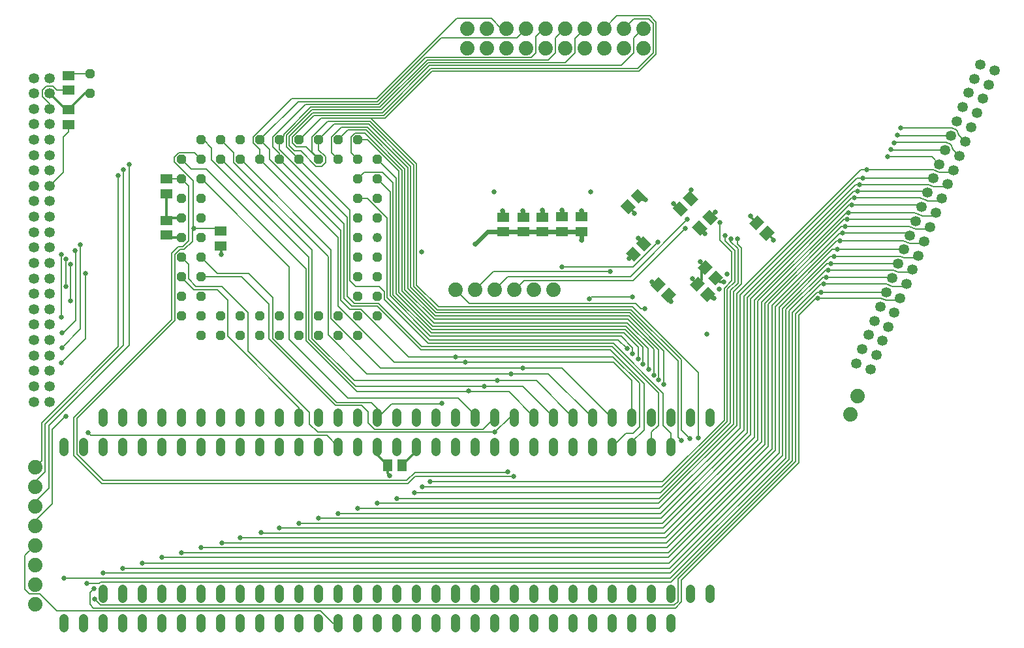
<source format=gbl>
G04 EAGLE Gerber RS-274X export*
G75*
%MOMM*%
%FSLAX34Y34*%
%LPD*%
%INBottom Copper*%
%IPPOS*%
%AMOC8*
5,1,8,0,0,1.08239X$1,22.5*%
G01*
%ADD10C,1.350000*%
%ADD11C,1.219200*%
%ADD12P,1.319650X8X112.500000*%
%ADD13C,1.219200*%
%ADD14P,1.319650X8X292.500000*%
%ADD15R,1.300000X1.500000*%
%ADD16R,1.500000X1.300000*%
%ADD17C,1.879600*%
%ADD18C,0.304800*%
%ADD19C,0.654800*%
%ADD20C,0.203200*%
%ADD21C,0.177800*%
%ADD22C,0.609600*%


D10*
X57244Y331782D03*
X37244Y331782D03*
X57244Y351782D03*
X37244Y351782D03*
X57244Y371782D03*
X37244Y371782D03*
X57244Y391782D03*
X37244Y391782D03*
X57244Y411782D03*
X37244Y411782D03*
X57244Y431782D03*
X37244Y431782D03*
X57244Y451782D03*
X37244Y451782D03*
X57244Y471782D03*
X37244Y471782D03*
X57244Y491782D03*
X37244Y491782D03*
X57244Y511782D03*
X37244Y511782D03*
X57244Y531782D03*
X37244Y531782D03*
X57244Y551782D03*
X37244Y551782D03*
X57244Y571782D03*
X37244Y571782D03*
X57244Y591782D03*
X37244Y591782D03*
X57244Y611782D03*
X37244Y611782D03*
X57244Y631782D03*
X37244Y631782D03*
X57244Y651782D03*
X37244Y651782D03*
X57244Y671782D03*
X37244Y671782D03*
X57244Y691782D03*
X37244Y691782D03*
X57244Y711782D03*
X37244Y711782D03*
X57244Y731782D03*
X37244Y731782D03*
X57244Y751782D03*
X37244Y751782D03*
D11*
X863600Y279146D02*
X863600Y266954D01*
X838200Y266954D02*
X838200Y279146D01*
X812800Y279146D02*
X812800Y266954D01*
X787400Y266954D02*
X787400Y279146D01*
X762000Y279146D02*
X762000Y266954D01*
X736600Y266954D02*
X736600Y279146D01*
X711200Y279146D02*
X711200Y266954D01*
X685800Y266954D02*
X685800Y279146D01*
X660400Y279146D02*
X660400Y266954D01*
X635000Y266954D02*
X635000Y279146D01*
X609600Y279146D02*
X609600Y266954D01*
X584200Y266954D02*
X584200Y279146D01*
X558800Y279146D02*
X558800Y266954D01*
X533400Y266954D02*
X533400Y279146D01*
X508000Y279146D02*
X508000Y266954D01*
X482600Y266954D02*
X482600Y279146D01*
X457200Y279146D02*
X457200Y266954D01*
X431800Y266954D02*
X431800Y279146D01*
X406400Y279146D02*
X406400Y266954D01*
X76200Y266954D02*
X76200Y279146D01*
X76200Y50546D02*
X76200Y38354D01*
X406400Y38354D02*
X406400Y50546D01*
X431800Y50546D02*
X431800Y38354D01*
X457200Y38354D02*
X457200Y50546D01*
X482600Y50546D02*
X482600Y38354D01*
X508000Y38354D02*
X508000Y50546D01*
X533400Y50546D02*
X533400Y38354D01*
X558800Y38354D02*
X558800Y50546D01*
X584200Y50546D02*
X584200Y38354D01*
X609600Y38354D02*
X609600Y50546D01*
X635000Y50546D02*
X635000Y38354D01*
X660400Y38354D02*
X660400Y50546D01*
X685800Y50546D02*
X685800Y38354D01*
X711200Y38354D02*
X711200Y50546D01*
X736600Y50546D02*
X736600Y38354D01*
X762000Y38354D02*
X762000Y50546D01*
X787400Y50546D02*
X787400Y38354D01*
X812800Y38354D02*
X812800Y50546D01*
X838200Y50546D02*
X838200Y38354D01*
X863600Y38354D02*
X863600Y50546D01*
X381000Y266954D02*
X381000Y279146D01*
X355600Y279146D02*
X355600Y266954D01*
X330200Y266954D02*
X330200Y279146D01*
X304800Y279146D02*
X304800Y266954D01*
X279400Y266954D02*
X279400Y279146D01*
X254000Y279146D02*
X254000Y266954D01*
X228600Y266954D02*
X228600Y279146D01*
X203200Y279146D02*
X203200Y266954D01*
X177800Y266954D02*
X177800Y279146D01*
X152400Y279146D02*
X152400Y266954D01*
X127000Y266954D02*
X127000Y279146D01*
X101600Y279146D02*
X101600Y266954D01*
X381000Y50546D02*
X381000Y38354D01*
X355600Y38354D02*
X355600Y50546D01*
X330200Y50546D02*
X330200Y38354D01*
X304800Y38354D02*
X304800Y50546D01*
X279400Y50546D02*
X279400Y38354D01*
X254000Y38354D02*
X254000Y50546D01*
X228600Y50546D02*
X228600Y38354D01*
X203200Y38354D02*
X203200Y50546D01*
X177800Y50546D02*
X177800Y38354D01*
X152400Y38354D02*
X152400Y50546D01*
X127000Y50546D02*
X127000Y38354D01*
X101600Y38354D02*
X101600Y50546D01*
D12*
X109728Y732028D03*
X109728Y757428D03*
D13*
X482664Y544576D03*
D14*
X457264Y544576D03*
X482664Y569976D03*
X457264Y569976D03*
X482664Y595376D03*
X457264Y595376D03*
X482664Y620776D03*
X457264Y620776D03*
X482664Y646176D03*
X457264Y671576D03*
X457264Y646176D03*
X431864Y671576D03*
X431864Y646176D03*
X406464Y671576D03*
X406464Y646176D03*
X381064Y671576D03*
X381064Y646176D03*
X355664Y671576D03*
X355664Y646176D03*
X330264Y671576D03*
X330264Y646176D03*
X304864Y671576D03*
X304864Y646176D03*
X279464Y671576D03*
X279464Y646176D03*
X254064Y671576D03*
X228664Y646176D03*
X254064Y646176D03*
X228664Y620776D03*
X254064Y620776D03*
X228664Y595376D03*
X254064Y595376D03*
X228664Y569976D03*
X254064Y569976D03*
X228664Y544576D03*
X254064Y544576D03*
X228664Y519176D03*
X254064Y519176D03*
X228664Y493776D03*
X254064Y493776D03*
X228664Y468376D03*
X254064Y468376D03*
X228664Y442976D03*
X254064Y417576D03*
X254064Y442976D03*
X279464Y417576D03*
X279464Y442976D03*
X304864Y417576D03*
X304864Y442976D03*
X330264Y417576D03*
X330264Y442976D03*
X355664Y417576D03*
X355664Y442976D03*
X381064Y417576D03*
X381064Y442976D03*
X406464Y417576D03*
X406464Y442976D03*
X431864Y417576D03*
X431864Y442976D03*
X457264Y417576D03*
X482664Y442976D03*
X457264Y442976D03*
X482664Y468376D03*
X457264Y468376D03*
X482664Y493776D03*
X457264Y493776D03*
X482664Y519176D03*
X457264Y519176D03*
D15*
X514706Y249428D03*
X495706Y249428D03*
D16*
X208788Y566776D03*
X208788Y547776D03*
X279400Y553060D03*
X279400Y534060D03*
X209042Y620878D03*
X209042Y601878D03*
X81534Y735736D03*
X81534Y754736D03*
X81534Y710540D03*
X81534Y691540D03*
D17*
X1105662Y338836D03*
X1095942Y315369D03*
D10*
X1264925Y769342D03*
X1283402Y761688D03*
X1257271Y750864D03*
X1275749Y743210D03*
X1249617Y732386D03*
X1268095Y724733D03*
X1241964Y713909D03*
X1260441Y706255D03*
X1234310Y695431D03*
X1252788Y687778D03*
X1226656Y676954D03*
X1245134Y669300D03*
X1219003Y658476D03*
X1237480Y650822D03*
X1211349Y639998D03*
X1229827Y632345D03*
X1203695Y621521D03*
X1222173Y613867D03*
X1196042Y603043D03*
X1214519Y595390D03*
X1188388Y584566D03*
X1206866Y576912D03*
X1180734Y566088D03*
X1199212Y558434D03*
X1173081Y547610D03*
X1191558Y539957D03*
X1165427Y529133D03*
X1183905Y521479D03*
X1157773Y510655D03*
X1176251Y503002D03*
X1150120Y492178D03*
X1168597Y484524D03*
X1142466Y473700D03*
X1160944Y466046D03*
X1134812Y455222D03*
X1153290Y447569D03*
X1127159Y436745D03*
X1145636Y429091D03*
X1119505Y418267D03*
X1137983Y410614D03*
X1111851Y399790D03*
X1130329Y392136D03*
X1104198Y381312D03*
X1122675Y373658D03*
D11*
X914400Y317246D02*
X914400Y305054D01*
X889000Y305054D02*
X889000Y317246D01*
X863600Y317246D02*
X863600Y305054D01*
X838200Y305054D02*
X838200Y317246D01*
X812800Y317246D02*
X812800Y305054D01*
X787400Y305054D02*
X787400Y317246D01*
X762000Y317246D02*
X762000Y305054D01*
X736600Y305054D02*
X736600Y317246D01*
X711200Y317246D02*
X711200Y305054D01*
X685800Y305054D02*
X685800Y317246D01*
X660400Y317246D02*
X660400Y305054D01*
X635000Y305054D02*
X635000Y317246D01*
X609600Y317246D02*
X609600Y305054D01*
X584200Y305054D02*
X584200Y317246D01*
X558800Y317246D02*
X558800Y305054D01*
X533400Y305054D02*
X533400Y317246D01*
X508000Y317246D02*
X508000Y305054D01*
X482600Y305054D02*
X482600Y317246D01*
X457200Y317246D02*
X457200Y305054D01*
X127000Y305054D02*
X127000Y317246D01*
X127000Y88646D02*
X127000Y76454D01*
X457200Y76454D02*
X457200Y88646D01*
X482600Y88646D02*
X482600Y76454D01*
X508000Y76454D02*
X508000Y88646D01*
X533400Y88646D02*
X533400Y76454D01*
X558800Y76454D02*
X558800Y88646D01*
X584200Y88646D02*
X584200Y76454D01*
X609600Y76454D02*
X609600Y88646D01*
X635000Y88646D02*
X635000Y76454D01*
X660400Y76454D02*
X660400Y88646D01*
X685800Y88646D02*
X685800Y76454D01*
X711200Y76454D02*
X711200Y88646D01*
X736600Y88646D02*
X736600Y76454D01*
X762000Y76454D02*
X762000Y88646D01*
X787400Y88646D02*
X787400Y76454D01*
X812800Y76454D02*
X812800Y88646D01*
X838200Y88646D02*
X838200Y76454D01*
X863600Y76454D02*
X863600Y88646D01*
X889000Y88646D02*
X889000Y76454D01*
X914400Y76454D02*
X914400Y88646D01*
X431800Y305054D02*
X431800Y317246D01*
X406400Y317246D02*
X406400Y305054D01*
X381000Y305054D02*
X381000Y317246D01*
X355600Y317246D02*
X355600Y305054D01*
X330200Y305054D02*
X330200Y317246D01*
X304800Y317246D02*
X304800Y305054D01*
X279400Y305054D02*
X279400Y317246D01*
X254000Y317246D02*
X254000Y305054D01*
X228600Y305054D02*
X228600Y317246D01*
X203200Y317246D02*
X203200Y305054D01*
X177800Y305054D02*
X177800Y317246D01*
X152400Y317246D02*
X152400Y305054D01*
X431800Y88646D02*
X431800Y76454D01*
X406400Y76454D02*
X406400Y88646D01*
X381000Y88646D02*
X381000Y76454D01*
X355600Y76454D02*
X355600Y88646D01*
X330200Y88646D02*
X330200Y76454D01*
X304800Y76454D02*
X304800Y88646D01*
X279400Y88646D02*
X279400Y76454D01*
X254000Y76454D02*
X254000Y88646D01*
X228600Y88646D02*
X228600Y76454D01*
X203200Y76454D02*
X203200Y88646D01*
X177800Y88646D02*
X177800Y76454D01*
X152400Y76454D02*
X152400Y88646D01*
D17*
X584200Y477012D03*
X609600Y477012D03*
X635000Y477012D03*
X660400Y477012D03*
X685800Y477012D03*
X711200Y477012D03*
D16*
X646158Y552002D03*
X646158Y571002D03*
X671812Y552256D03*
X671812Y571256D03*
X696958Y552256D03*
X696958Y571256D03*
X722358Y552510D03*
X722358Y571510D03*
X747504Y552510D03*
X747504Y571510D03*
D15*
G36*
X878961Y596197D02*
X888153Y605389D01*
X898759Y594783D01*
X889567Y585591D01*
X878961Y596197D01*
G37*
G36*
X865526Y582761D02*
X874718Y591953D01*
X885324Y581347D01*
X876132Y572155D01*
X865526Y582761D01*
G37*
G36*
X910470Y556709D02*
X901278Y547517D01*
X890672Y558123D01*
X899864Y567315D01*
X910470Y556709D01*
G37*
G36*
X923905Y570145D02*
X914713Y560953D01*
X904107Y571559D01*
X913299Y580751D01*
X923905Y570145D01*
G37*
G36*
X973778Y554095D02*
X964586Y563287D01*
X975192Y573893D01*
X984384Y564701D01*
X973778Y554095D01*
G37*
G36*
X987213Y540659D02*
X978021Y549851D01*
X988627Y560457D01*
X997819Y551265D01*
X987213Y540659D01*
G37*
G36*
X907230Y496183D02*
X898038Y505375D01*
X908644Y515981D01*
X917836Y506789D01*
X907230Y496183D01*
G37*
G36*
X920665Y482747D02*
X911473Y491939D01*
X922079Y502545D01*
X931271Y493353D01*
X920665Y482747D01*
G37*
G36*
X896816Y474593D02*
X887624Y483785D01*
X898230Y494391D01*
X907422Y485199D01*
X896816Y474593D01*
G37*
G36*
X910251Y461157D02*
X901059Y470349D01*
X911665Y480955D01*
X920857Y471763D01*
X910251Y461157D01*
G37*
G36*
X846016Y473831D02*
X836824Y483023D01*
X847430Y493629D01*
X856622Y484437D01*
X846016Y473831D01*
G37*
G36*
X859451Y460395D02*
X850259Y469587D01*
X860865Y480193D01*
X870057Y471001D01*
X859451Y460395D01*
G37*
G36*
X818001Y537523D02*
X827193Y546715D01*
X837799Y536109D01*
X828607Y526917D01*
X818001Y537523D01*
G37*
G36*
X804566Y524087D02*
X813758Y533279D01*
X824364Y522673D01*
X815172Y513481D01*
X804566Y524087D01*
G37*
G36*
X810889Y599245D02*
X820081Y608437D01*
X830687Y597831D01*
X821495Y588639D01*
X810889Y599245D01*
G37*
G36*
X797454Y585809D02*
X806646Y595001D01*
X817252Y584395D01*
X808060Y575203D01*
X797454Y585809D01*
G37*
D17*
X38608Y69088D03*
X38608Y94488D03*
X38608Y119888D03*
X38608Y145288D03*
X38608Y170688D03*
X38608Y196088D03*
X38608Y221488D03*
X38608Y246888D03*
X599186Y790702D03*
X599186Y816102D03*
X624586Y790702D03*
X624586Y816102D03*
X649986Y790702D03*
X649986Y816102D03*
X675386Y790702D03*
X675386Y816102D03*
X700786Y790702D03*
X700786Y816102D03*
X726186Y790702D03*
X726186Y816102D03*
X751586Y790702D03*
X751586Y816102D03*
X776986Y790702D03*
X776986Y816102D03*
X802386Y790702D03*
X802386Y816102D03*
X827786Y790702D03*
X827786Y816102D03*
D18*
X482854Y262280D02*
X495706Y249428D01*
X482854Y262280D02*
X482854Y272796D01*
X482600Y273050D01*
D19*
X498856Y235712D03*
D18*
X495706Y238862D01*
X495706Y249428D01*
D19*
X634220Y603666D03*
X759442Y603920D03*
X830326Y593852D03*
X820674Y543560D03*
X838454Y486918D03*
X910082Y419100D03*
X926084Y478028D03*
X935990Y497586D03*
X966978Y572516D03*
X889254Y606552D03*
D18*
X888860Y606158D02*
X888860Y595490D01*
X888860Y606158D02*
X889254Y606552D01*
X966978Y571500D02*
X974485Y563994D01*
X966978Y571500D02*
X966978Y572516D01*
D19*
X901446Y513080D03*
D18*
X901446Y512572D02*
X907937Y506082D01*
X901446Y512572D02*
X901446Y513080D01*
D19*
X891032Y491236D03*
D18*
X891032Y490982D02*
X897523Y484492D01*
X891032Y490982D02*
X891032Y491236D01*
X902857Y489826D02*
X902857Y501002D01*
X902857Y489826D02*
X897523Y484492D01*
X902857Y501002D02*
X907937Y506082D01*
X841643Y483730D02*
X838454Y486918D01*
X841643Y483730D02*
X846723Y483730D01*
X830326Y593852D02*
X825473Y593852D01*
X820788Y598538D01*
X820674Y543560D02*
X827419Y536816D01*
X827900Y536816D01*
D19*
X907796Y549656D03*
D18*
X907796Y550191D01*
X900571Y557416D01*
D19*
X540004Y525780D03*
D18*
X228664Y544576D02*
X211988Y544576D01*
X208788Y547776D01*
D20*
X381000Y324187D02*
X381000Y311150D01*
X288608Y416579D02*
X288608Y463487D01*
X288608Y416579D02*
X381000Y324187D01*
D21*
X228664Y492813D02*
X228664Y493776D01*
X228664Y492813D02*
X244338Y477139D01*
X274955Y477139D02*
X288608Y463487D01*
X274955Y477139D02*
X244338Y477139D01*
X416941Y287909D02*
X431800Y273050D01*
X416941Y287909D02*
X110769Y287909D01*
D19*
X566420Y329784D03*
D20*
X482982Y311150D02*
X482600Y311150D01*
X565821Y329184D02*
X566420Y329784D01*
X565821Y329184D02*
X501016Y329184D01*
X482982Y311150D01*
X482600Y311150D02*
X482600Y322580D01*
X474345Y330835D01*
X429832Y330835D02*
X346774Y413894D01*
X346774Y442976D01*
X429832Y330835D02*
X474345Y330835D01*
D21*
X346774Y442976D02*
X346774Y466535D01*
X315214Y498094D02*
X275146Y498094D01*
X254064Y519176D01*
X315214Y498094D02*
X346774Y466535D01*
X110769Y287909D02*
X107186Y291492D01*
D19*
X107186Y291492D03*
D20*
X444256Y336423D02*
X587756Y336423D01*
X609600Y314579D01*
X609600Y311150D01*
X444256Y336423D02*
X368046Y412633D01*
X368046Y506984D01*
D21*
X254254Y620776D01*
X254064Y620776D01*
D20*
X685800Y312039D02*
X685800Y311150D01*
X685800Y312039D02*
X653225Y344615D01*
X599913Y344615D01*
X600710Y345412D01*
D19*
X600710Y345412D03*
D20*
X456076Y344615D02*
X389954Y410737D01*
X389954Y504009D02*
X260487Y633476D01*
X241364Y633476D01*
X228664Y646176D01*
X456076Y344615D02*
X599913Y344615D01*
X389954Y410737D02*
X389954Y504009D01*
X812800Y359220D02*
X812800Y311150D01*
X812800Y359220D02*
X789242Y382778D01*
X596900Y382778D01*
X504444Y382778D01*
X466154Y421069D01*
X466154Y421258D01*
X431292Y545148D02*
X330264Y646176D01*
X431292Y456120D02*
X466154Y421258D01*
X431292Y456120D02*
X431292Y545148D01*
D19*
X596900Y382778D03*
X757174Y465300D03*
D20*
X759714Y467840D02*
X813320Y467840D01*
X759714Y467840D02*
X757174Y465300D01*
X813320Y467840D02*
X813562Y468082D01*
D19*
X813562Y468082D03*
D21*
X321501Y667946D02*
X321501Y675206D01*
X330264Y659183D02*
X330264Y646176D01*
X330264Y659183D02*
X321501Y667946D01*
X321501Y675206D02*
X371425Y725130D01*
X481722Y725130D01*
X585521Y828929D01*
X630809Y828929D02*
X643636Y816102D01*
X649986Y816102D01*
X630809Y828929D02*
X585521Y828929D01*
D20*
X583692Y390208D02*
X522604Y390208D01*
X814556Y291084D02*
X822706Y299234D01*
X822706Y355664D01*
X814556Y291084D02*
X805180Y291084D01*
X787400Y273304D01*
X787400Y273050D01*
X822706Y355664D02*
X788162Y390208D01*
X460946Y451866D02*
X446522Y451866D01*
X460946Y451866D02*
X522604Y390208D01*
X330390Y671576D02*
X330264Y671576D01*
X342710Y659256D02*
X342710Y646558D01*
X435102Y554165D01*
X435102Y463286D02*
X446522Y451866D01*
X342710Y659256D02*
X330390Y671576D01*
X435102Y554165D02*
X435102Y463286D01*
D19*
X583692Y390208D03*
D20*
X788162Y390208D01*
D19*
X722122Y506772D03*
D20*
X814675Y506772D02*
X846609Y538707D01*
D19*
X846609Y538707D03*
D20*
X814675Y506772D02*
X722122Y506772D01*
D21*
X379667Y720979D02*
X330264Y671576D01*
X379667Y720979D02*
X482600Y720979D01*
X663194Y803910D02*
X675386Y816102D01*
X565531Y803910D02*
X482600Y720979D01*
X565531Y803910D02*
X663194Y803910D01*
D20*
X784797Y399161D02*
X539051Y399161D01*
X812800Y279517D02*
X812800Y273050D01*
X812800Y279517D02*
X828548Y295265D01*
X828548Y355410D01*
X784797Y399161D01*
X539051Y399161D02*
X482536Y455676D01*
X449370Y455676D01*
X439420Y562420D02*
X355664Y646176D01*
X439420Y465626D02*
X449370Y455676D01*
X439420Y465626D02*
X439420Y562420D01*
D21*
X355664Y646176D02*
X355664Y653795D01*
X346901Y662558D01*
X346901Y675206D01*
X389118Y717423D01*
X484073Y717423D01*
X545287Y778637D02*
X682162Y778637D01*
X688086Y784562D01*
X688086Y805688D01*
X698500Y816102D01*
X700786Y816102D01*
X545287Y778637D02*
X484073Y717423D01*
D20*
X838200Y292122D02*
X838200Y273050D01*
X838200Y292122D02*
X847344Y301266D01*
X847344Y343091D01*
X787146Y403289D01*
X540312Y403289D02*
X484114Y459486D01*
X452472Y459486D01*
X540312Y403289D02*
X787146Y403289D01*
X355664Y659004D02*
X355664Y671576D01*
X355664Y659004D02*
X443230Y571437D01*
X443230Y468728D02*
X452472Y459486D01*
X443230Y468728D02*
X443230Y571437D01*
D21*
X355664Y671576D02*
X360871Y676783D01*
X360871Y678863D01*
X395875Y713867D01*
X704260Y775081D02*
X713613Y784435D01*
X713613Y803529D02*
X726186Y816102D01*
X713613Y803529D02*
X713613Y784435D01*
X486029Y713867D02*
X395875Y713867D01*
X547243Y775081D02*
X704260Y775081D01*
X547243Y775081D02*
X486029Y713867D01*
D20*
X548776Y407416D02*
X788670Y407416D01*
X853451Y342635D01*
X853451Y301001D01*
X863600Y290852D02*
X863600Y273050D01*
X863600Y290852D02*
X853451Y301001D01*
X491554Y474852D02*
X485330Y481076D01*
X491554Y464638D02*
X548776Y407416D01*
X491554Y464638D02*
X491554Y474852D01*
X485330Y481076D02*
X454660Y481076D01*
X447040Y488696D01*
X447040Y580200D02*
X381064Y646176D01*
X447040Y580200D02*
X447040Y488696D01*
D21*
X381064Y646176D02*
X364427Y662813D01*
X364427Y677390D01*
X397348Y710311D01*
X487502Y710311D01*
X548716Y771525D01*
X726104Y771525D01*
X738759Y784181D01*
X738759Y803275D02*
X751586Y816102D01*
X738759Y803275D02*
X738759Y784181D01*
D19*
X898779Y285016D03*
D20*
X898779Y369884D01*
X813495Y455168D01*
X561574Y455168D01*
X533464Y640278D02*
X474225Y699516D01*
X409585Y699516D01*
X381645Y671576D01*
X381064Y671576D01*
X533464Y483278D02*
X561574Y455168D01*
X533464Y483278D02*
X533464Y640278D01*
D21*
X492302Y699516D02*
X474225Y699516D01*
X492302Y699516D02*
X553618Y760832D01*
X844169Y782708D02*
X844169Y824097D01*
X844169Y782708D02*
X822294Y760832D01*
X844169Y824097D02*
X835908Y832358D01*
X822294Y760832D02*
X553618Y760832D01*
X776986Y816102D02*
X793242Y832358D01*
X835908Y832358D01*
D19*
X888009Y283693D03*
D20*
X876808Y294894D01*
X876808Y386108D02*
X811812Y451104D01*
X876808Y386108D02*
X876808Y294894D01*
X811812Y451104D02*
X560250Y451104D01*
X529654Y638699D02*
X472647Y695706D01*
X418021Y695706D02*
X397574Y675258D01*
X397574Y655702D01*
X406464Y646812D02*
X406464Y646176D01*
X418021Y695706D02*
X472647Y695706D01*
X406464Y646812D02*
X397574Y655702D01*
X529654Y481700D02*
X560250Y451104D01*
X529654Y481700D02*
X529654Y638699D01*
D21*
X377434Y662813D02*
X372301Y667946D01*
X389827Y662813D02*
X406464Y646176D01*
X389827Y662813D02*
X377434Y662813D01*
X372301Y667946D02*
X372301Y675206D01*
X400294Y703199D01*
X490702Y703199D01*
X551916Y764413D01*
X820592Y764413D01*
X840613Y784435D01*
X840613Y822624D02*
X834435Y828802D01*
X815086Y828802D01*
X802386Y816102D01*
X840613Y822624D02*
X840613Y784435D01*
D19*
X876808Y281432D03*
D20*
X872744Y285496D01*
X872744Y384678D01*
X810382Y447040D01*
X558925Y447040D01*
X525844Y480122D02*
X525844Y637121D01*
X471069Y691896D02*
X426784Y691896D01*
X406464Y671576D01*
X525844Y480122D02*
X558925Y447040D01*
X525844Y637121D02*
X471069Y691896D01*
D21*
X406464Y671576D02*
X406464Y658569D01*
X415227Y649806D02*
X415227Y642546D01*
X410093Y637413D01*
X402834Y637413D01*
X383015Y657231D02*
X375037Y657231D01*
X406464Y658569D02*
X415227Y649806D01*
X402834Y637413D02*
X383015Y657231D01*
X375037Y657231D02*
X367983Y664286D01*
X367983Y675917D02*
X398821Y706755D01*
X367983Y675917D02*
X367983Y664286D01*
X398821Y706755D02*
X488975Y706755D01*
X550189Y767969D01*
X799002Y767969D01*
X815213Y784181D01*
X815213Y803529D02*
X827786Y816102D01*
X815213Y803529D02*
X815213Y784181D01*
D19*
X854456Y354330D03*
D20*
X854428Y354358D02*
X854428Y397501D01*
X854428Y354358D02*
X854456Y354330D01*
X854428Y397501D02*
X808953Y442976D01*
X422974Y654432D02*
X422974Y675258D01*
X469490Y688086D02*
X522034Y635543D01*
X469490Y688086D02*
X435801Y688086D01*
X422974Y675258D01*
X431229Y646176D02*
X431864Y646176D01*
X431229Y646176D02*
X422974Y654432D01*
X557601Y442976D02*
X808953Y442976D01*
X557601Y442976D02*
X522034Y478544D01*
X522034Y635543D01*
D19*
X847598Y360398D03*
D20*
X847598Y398838D01*
X807778Y438658D01*
X518224Y476965D02*
X518224Y633965D01*
X467912Y684276D02*
X444637Y684276D01*
X431937Y671576D02*
X431864Y671576D01*
X431937Y671576D02*
X444637Y684276D01*
X556531Y438658D02*
X807778Y438658D01*
X556531Y438658D02*
X518224Y476965D01*
X518224Y633965D02*
X467912Y684276D01*
D19*
X104140Y498094D03*
X72898Y382270D03*
D21*
X104140Y413512D02*
X104140Y498094D01*
X104140Y413512D02*
X72898Y382270D01*
D19*
X841248Y366522D03*
D20*
X841220Y366550D01*
X841220Y399722D01*
X806856Y434086D01*
X453581Y680466D02*
X448120Y675004D01*
X448120Y655194D01*
X466334Y680466D02*
X514414Y632387D01*
X466334Y680466D02*
X453581Y680466D01*
X457137Y646176D02*
X457264Y646176D01*
X457137Y646176D02*
X448120Y655194D01*
X555715Y434086D02*
X806856Y434086D01*
X555715Y434086D02*
X514414Y475387D01*
X514414Y632387D01*
D19*
X73406Y402082D03*
X97282Y535686D03*
D21*
X97282Y425958D02*
X73406Y402082D01*
X97282Y425958D02*
X97282Y535686D01*
D19*
X834390Y373408D03*
D20*
X834108Y373690D01*
X834108Y401087D01*
X805173Y430022D01*
X554391Y430022D01*
X510604Y630808D02*
X469836Y671576D01*
X457264Y671576D01*
X510604Y473809D02*
X554391Y430022D01*
X510604Y473809D02*
X510604Y630808D01*
D19*
X73152Y421386D03*
X90634Y527768D03*
D21*
X74930Y421386D02*
X73152Y421386D01*
X74930Y421386D02*
X90932Y437388D01*
X90932Y527471D01*
X90634Y527768D01*
D19*
X827278Y380384D03*
D20*
X827278Y402169D01*
X803997Y425450D01*
X553574Y425450D01*
X506794Y622046D02*
X482664Y646176D01*
X506794Y472231D02*
X553574Y425450D01*
X506794Y472231D02*
X506794Y622046D01*
D19*
X72390Y441198D03*
D21*
X72390Y522478D01*
X72380Y522488D01*
D19*
X72380Y522488D03*
X820928Y387604D03*
D20*
X820928Y402772D01*
X802314Y421386D01*
X552250Y421386D01*
X488886Y629666D02*
X465773Y629666D01*
X502984Y615568D02*
X502984Y470653D01*
X502984Y615568D02*
X488886Y629666D01*
X457264Y621156D02*
X457264Y620776D01*
X457264Y621156D02*
X465773Y629666D01*
X502984Y470653D02*
X552250Y421386D01*
D19*
X84582Y462788D03*
D21*
X84582Y510032D01*
D19*
X84582Y510032D03*
X813816Y394462D03*
D20*
X813816Y402105D01*
X798853Y417068D01*
X551180Y417068D01*
X499174Y469075D01*
X499174Y604266D01*
X482664Y620776D01*
D19*
X78486Y481330D03*
D21*
X78486Y516636D02*
X78428Y516694D01*
X78486Y516636D02*
X78486Y481330D01*
D19*
X78428Y516694D03*
X806704Y400530D03*
D20*
X795020Y412214D01*
X550192Y412214D01*
X495364Y467043D01*
X495364Y569848D01*
X469836Y595376D01*
X457264Y595376D01*
X786321Y311150D02*
X787400Y311150D01*
X786321Y311150D02*
X722122Y375349D01*
D19*
X671068Y375349D03*
D20*
X722122Y375349D01*
X422402Y439865D02*
X422402Y528765D01*
X422402Y439865D02*
X486919Y375349D01*
X304991Y646176D02*
X304864Y646176D01*
X486919Y375349D02*
X671068Y375349D01*
X422402Y528765D02*
X304991Y646176D01*
X711200Y311912D02*
X711200Y311150D01*
X711200Y311912D02*
X671576Y351536D01*
X621792Y351536D01*
X621284Y352044D01*
D19*
X621284Y352044D03*
D20*
X454035Y352044D01*
X393764Y412315D01*
X393764Y519304D01*
X256858Y671576D02*
X254064Y671576D01*
X267526Y645542D02*
X393764Y519304D01*
X267526Y660908D02*
X256858Y671576D01*
X267526Y660908D02*
X267526Y645542D01*
X761619Y311150D02*
X762000Y311150D01*
X761619Y311150D02*
X704596Y368173D01*
X656082Y368173D01*
D19*
X656082Y368173D03*
D20*
X468694Y368173D02*
X418592Y418275D01*
X418592Y519875D02*
X295974Y642494D01*
X295974Y655066D02*
X279464Y671576D01*
X295974Y655066D02*
X295974Y642494D01*
X468694Y368173D02*
X656082Y368173D01*
X418592Y418275D02*
X418592Y519875D01*
X736537Y311150D02*
X736600Y311150D01*
X736537Y311150D02*
X688721Y358966D01*
D19*
X637794Y358966D03*
D20*
X688721Y358966D01*
X637794Y358966D02*
X452502Y358966D01*
X397574Y413894D01*
X397574Y528393D01*
X279791Y646176D02*
X279464Y646176D01*
X279791Y646176D02*
X397574Y528393D01*
D19*
X114806Y89246D03*
D20*
X877062Y100383D02*
X1028954Y252275D01*
X1028954Y443992D01*
X1051008Y466046D01*
X1053789Y466046D02*
X1135340Y466046D01*
X1142466Y463095D01*
X1157992Y463095D02*
X1160944Y466046D01*
X1157992Y463095D02*
X1142466Y463095D01*
X877062Y100383D02*
X877062Y72736D01*
X1051008Y466046D02*
X1053789Y466046D01*
X1053944Y465891D01*
D19*
X1053944Y465891D03*
D21*
X877062Y72736D02*
X877062Y72071D01*
X869126Y64135D02*
X114300Y64135D01*
X869126Y64135D02*
X877062Y72071D01*
X114300Y64135D02*
X109601Y68834D01*
X109601Y84041D01*
X114806Y89246D01*
D20*
X872490Y101559D02*
X872490Y72708D01*
X1024890Y253959D02*
X1024890Y445770D01*
X1052820Y473700D01*
X1057910Y473700D02*
X1142466Y473700D01*
X1024890Y253959D02*
X872490Y101559D01*
D19*
X1057910Y473700D03*
D20*
X1052820Y473700D01*
D21*
X872490Y72708D02*
X867474Y67691D01*
D19*
X115570Y75438D03*
D21*
X115623Y75438D02*
X123370Y67691D01*
X115623Y75438D02*
X115570Y75438D01*
X123370Y67691D02*
X867474Y67691D01*
D19*
X105438Y96098D03*
D20*
X121520Y96098D01*
X123212Y97790D01*
X862974Y97790D02*
X1020826Y255642D01*
X1020826Y447548D01*
X1057802Y484524D01*
X1061466Y484524D01*
X1142994Y484524D02*
X1150120Y481572D01*
X1165646Y481572D02*
X1168597Y484524D01*
X1165646Y481572D02*
X1150120Y481572D01*
X862974Y97790D02*
X123212Y97790D01*
D19*
X1061466Y484524D03*
D20*
X1142994Y484524D01*
D19*
X76073Y103124D03*
D20*
X76299Y102898D02*
X194422Y102898D01*
X76299Y102898D02*
X76073Y103124D01*
X194422Y102898D02*
X194450Y102870D01*
X862306Y102870D01*
X1016762Y257326D01*
X1016762Y449580D01*
X1060385Y493203D01*
X1064768Y493203D01*
X1149094Y493203D02*
X1150120Y492178D01*
D19*
X1064768Y493203D03*
D20*
X1149094Y493203D01*
D19*
X127000Y109220D03*
D20*
X862909Y109220D02*
X1012698Y259009D01*
X1152406Y502273D02*
X1157773Y500050D01*
X1173299Y500050D02*
X1176251Y503002D01*
X1173299Y500050D02*
X1157773Y500050D01*
X862909Y109220D02*
X127000Y109220D01*
X1012698Y259009D02*
X1012698Y451358D01*
X1063613Y502273D01*
X1067308Y502273D02*
X1152406Y502273D01*
D19*
X1067308Y502273D03*
D20*
X1063613Y502273D01*
D19*
X152400Y115570D03*
D20*
X861523Y115570D02*
X1008126Y262173D01*
X1066135Y510655D02*
X1071118Y510655D01*
X861523Y115570D02*
X152400Y115570D01*
X1008126Y262173D02*
X1008126Y452646D01*
X1066135Y510655D01*
D19*
X1071118Y510655D03*
D20*
X1157773Y510655D01*
D19*
X177800Y121920D03*
D20*
X178308Y122428D01*
X860645Y122428D02*
X1003554Y265337D01*
X1161286Y520243D02*
X1165427Y518528D01*
X1180953Y518528D02*
X1183905Y521479D01*
X1180953Y518528D02*
X1165427Y518528D01*
X860645Y122428D02*
X178308Y122428D01*
X1003554Y265337D02*
X1003554Y454032D01*
X1069765Y520243D01*
X1075182Y520243D01*
D19*
X1075182Y520243D03*
D20*
X1161286Y520243D01*
D19*
X203200Y129540D03*
D20*
X860022Y129540D02*
X998982Y268500D01*
X1072697Y529133D02*
X1079246Y529133D01*
X860022Y129540D02*
X203200Y129540D01*
X998982Y268500D02*
X998982Y455418D01*
X1072697Y529133D01*
D19*
X1079246Y529133D03*
D20*
X1165427Y529133D01*
D19*
X228600Y135890D03*
D20*
X859906Y135890D02*
X994410Y270394D01*
X1164647Y540498D02*
X1173081Y537005D01*
X1188607Y537005D02*
X1191558Y539957D01*
X1188607Y537005D02*
X1173081Y537005D01*
X859906Y135890D02*
X228600Y135890D01*
X994410Y270394D02*
X994410Y456804D01*
X1078105Y540498D01*
X1082639Y540498D01*
X1164647Y540498D01*
X1082639Y540498D02*
X1082593Y540453D01*
D19*
X1082593Y540453D03*
X254000Y142240D03*
D20*
X858520Y142240D01*
X1081545Y549896D02*
X1085342Y549896D01*
X1086104Y550658D01*
X989838Y273558D02*
X858520Y142240D01*
X989838Y273558D02*
X989838Y458190D01*
X1081545Y549896D01*
D19*
X1086104Y550658D03*
D20*
X1086104Y550404D02*
X1170287Y550404D01*
X1086104Y550404D02*
X1086104Y550658D01*
X1170287Y550404D02*
X1173081Y547610D01*
D19*
X280670Y148590D03*
D20*
X280698Y148618D01*
X857278Y148618D01*
X1172301Y558976D02*
X1180734Y555483D01*
X1196260Y555483D02*
X1199212Y558434D01*
X1196260Y555483D02*
X1180734Y555483D01*
X985266Y276606D02*
X857278Y148618D01*
X985266Y276606D02*
X985266Y459576D01*
X1084667Y558976D01*
X1089660Y558976D01*
X1172301Y558976D01*
X1089660Y558976D02*
X1089578Y559058D01*
D19*
X1089578Y559058D03*
X304800Y154940D03*
D20*
X306606Y155476D02*
X856516Y155476D01*
X306070Y154940D02*
X304800Y154940D01*
X306070Y154940D02*
X306606Y155476D01*
X1088107Y568374D02*
X1092200Y568374D01*
X980694Y279654D02*
X856516Y155476D01*
X980694Y279654D02*
X980694Y460961D01*
X1088107Y568374D01*
D19*
X1092200Y568374D03*
D20*
X1177940Y568882D02*
X1180734Y566088D01*
X1177940Y568882D02*
X1093724Y568882D01*
X1093216Y568374D01*
X1092200Y568374D01*
D19*
X331470Y161798D03*
D20*
X331950Y161318D01*
X854738Y161318D01*
X976122Y282702D01*
X976122Y462347D01*
X1091151Y577376D01*
X1179488Y577376D02*
X1190229Y572927D01*
X1094029Y577376D02*
X1091151Y577376D01*
X1094029Y577376D02*
X1179488Y577376D01*
X1202881Y572927D02*
X1206866Y576912D01*
X1202881Y572927D02*
X1190229Y572927D01*
X1094029Y577376D02*
X1093614Y576962D01*
X1093360Y576962D01*
D19*
X1093360Y576962D03*
X355600Y167640D03*
D20*
X853440Y167640D01*
X1094665Y586848D02*
X1097788Y586848D01*
X971550Y285750D02*
X853440Y167640D01*
X971550Y285750D02*
X971550Y463733D01*
X1094665Y586848D01*
D19*
X1097788Y586848D03*
D20*
X1186105Y586848D02*
X1188388Y584566D01*
X1186105Y586848D02*
X1097788Y586848D01*
D19*
X381000Y173990D03*
D20*
X852170Y173990D01*
X1195734Y592438D02*
X1211568Y592438D01*
X1214519Y595390D01*
X966978Y465373D02*
X966978Y288798D01*
X966978Y465373D02*
X1098274Y596668D01*
X966978Y288798D02*
X852170Y173990D01*
X1185828Y596668D02*
X1195516Y592656D01*
X1195734Y592438D01*
X1101598Y596668D02*
X1098274Y596668D01*
D19*
X1101598Y596668D03*
D20*
X1185828Y596668D01*
D19*
X406400Y180340D03*
D20*
X850900Y180340D01*
X1105154Y605110D02*
X1193975Y605110D01*
X1196042Y603043D01*
X962406Y467013D02*
X962406Y291846D01*
X962406Y467013D02*
X1100503Y605110D01*
X962406Y291846D02*
X850900Y180340D01*
D19*
X1105154Y605110D03*
D20*
X1100503Y605110D01*
D19*
X431800Y186690D03*
D20*
X849630Y186690D01*
X1197673Y613410D02*
X1203695Y610916D01*
X1219221Y610916D02*
X1222173Y613867D01*
X1219221Y610916D02*
X1203695Y610916D01*
X957834Y468398D02*
X957834Y294894D01*
X957834Y468398D02*
X1102846Y613410D01*
X1108202Y613410D01*
X1197673Y613410D01*
X957834Y294894D02*
X849630Y186690D01*
X1108202Y613410D02*
X1108411Y613619D01*
D19*
X1108411Y613619D03*
X457200Y193040D03*
D20*
X848360Y193040D02*
X953262Y297942D01*
X848360Y193040D02*
X457200Y193040D01*
X1203678Y621538D02*
X1203695Y621521D01*
X953262Y470038D02*
X953262Y297942D01*
X953262Y470038D02*
X1104762Y621538D01*
X1112266Y621538D01*
D19*
X1112266Y621538D03*
D20*
X1203678Y621538D01*
D19*
X482600Y199926D03*
D20*
X847626Y199926D01*
X948690Y300990D02*
X948690Y471678D01*
X1109472Y632460D01*
X1203945Y632460D02*
X1211349Y629393D01*
X1117600Y632460D02*
X1109472Y632460D01*
X1117600Y632460D02*
X1203945Y632460D01*
X1226875Y629393D02*
X1229827Y632345D01*
X1226875Y629393D02*
X1211349Y629393D01*
X948690Y300990D02*
X847626Y199926D01*
D19*
X1117600Y632460D03*
D21*
X431800Y44450D02*
X424889Y44450D01*
X408989Y60350D01*
X66694Y60350D02*
X44622Y82423D01*
X31325Y82423D02*
X25527Y88221D01*
X31325Y82423D02*
X44622Y82423D01*
X25527Y132207D02*
X38608Y145288D01*
X66694Y60350D02*
X408989Y60350D01*
X25527Y88221D02*
X25527Y132207D01*
D19*
X508000Y206248D03*
D20*
X944626Y302673D02*
X944626Y474472D01*
X944626Y302673D02*
X848201Y206248D01*
X944626Y474472D02*
X954505Y484351D01*
X954505Y531341D02*
X949933Y535913D01*
X949933Y543025D01*
X954505Y531341D02*
X954505Y484351D01*
D19*
X949933Y543025D03*
D20*
X848201Y206248D02*
X508000Y206248D01*
D19*
X530987Y213805D03*
D20*
X850010Y213805D01*
X940562Y304357D01*
X940562Y475871D01*
X940562Y539750D02*
X940562Y542800D01*
X941069Y543307D01*
D19*
X941069Y543307D03*
D20*
X940562Y539750D02*
X950214Y530098D01*
X950214Y485523D01*
X940562Y475871D01*
D19*
X540545Y221458D03*
D20*
X851915Y221458D01*
X936498Y306040D01*
D19*
X933676Y547624D03*
D20*
X933676Y540512D01*
X936498Y477598D02*
X936498Y306040D01*
X946150Y528038D02*
X933676Y540512D01*
X946150Y528038D02*
X946150Y487250D01*
X936498Y477598D01*
D19*
X551277Y228062D03*
D20*
X852772Y228062D01*
X932434Y307724D01*
D19*
X927100Y564642D03*
D20*
X932434Y479071D02*
X932434Y307724D01*
X927100Y541020D02*
X927100Y564642D01*
X927100Y541020D02*
X942340Y525780D01*
X942340Y488977D01*
X932434Y479071D01*
D21*
X394589Y317627D02*
X394589Y302694D01*
X405183Y292100D01*
X314897Y397320D02*
X314897Y447368D01*
X247183Y481457D02*
X237490Y491150D01*
X237490Y510350D01*
X228664Y519176D01*
X280807Y481457D02*
X314897Y447368D01*
X280807Y481457D02*
X247183Y481457D01*
X314897Y397320D02*
X394589Y317627D01*
X405183Y292100D02*
X634492Y292100D01*
D20*
X635000Y292100D02*
X654050Y311150D01*
X660400Y311150D01*
X635000Y292100D02*
X634492Y292100D01*
D19*
X634492Y292100D03*
D18*
X533146Y267868D02*
X514706Y249428D01*
X533146Y267868D02*
X533146Y273304D01*
X533400Y273050D01*
X78486Y710540D02*
X57244Y731782D01*
X78486Y710540D02*
X81534Y710540D01*
X103022Y732028D01*
X109728Y732028D01*
D22*
X671558Y552002D02*
X671812Y552256D01*
X671558Y552002D02*
X646158Y552002D01*
X671812Y552256D02*
X696958Y552256D01*
X722104Y552256D02*
X722358Y552510D01*
X722104Y552256D02*
X696958Y552256D01*
X722358Y552510D02*
X747504Y552510D01*
D19*
X747014Y541020D03*
D22*
X747014Y552020D01*
X747504Y552510D01*
D19*
X815594Y576326D03*
X809244Y517398D03*
X863092Y462026D03*
X919226Y465836D03*
X931672Y487426D03*
X995934Y541274D03*
X867156Y588772D03*
X921258Y578104D03*
D18*
X875425Y582054D02*
X873874Y582054D01*
X867156Y588772D01*
X987920Y550558D02*
X995934Y542544D01*
X995934Y541274D01*
X931672Y487426D02*
X926592Y487426D01*
X921372Y492646D01*
X919226Y465836D02*
X916178Y465836D01*
X910958Y471056D01*
X863092Y467360D02*
X863092Y462026D01*
X863092Y467360D02*
X860158Y470294D01*
X815594Y576326D02*
X815594Y576861D01*
X807353Y585102D01*
X814465Y522619D02*
X809244Y517398D01*
X814465Y522619D02*
X814465Y523380D01*
X921258Y578104D02*
X921258Y578104D01*
X914006Y570852D01*
X228664Y569976D02*
X211988Y569976D01*
X208788Y566776D01*
D19*
X279908Y522732D03*
D18*
X279400Y534060D02*
X279908Y534490D01*
X279908Y522732D01*
X209042Y567030D02*
X209042Y601878D01*
X209042Y567030D02*
X208788Y566776D01*
D19*
X609346Y536194D03*
D22*
X625154Y552002D02*
X646158Y552002D01*
X625154Y552002D02*
X609346Y536194D01*
D19*
X652018Y240792D03*
D20*
X651510Y240284D01*
X531133Y240284D01*
X520493Y229644D01*
X459260Y229644D02*
X459232Y229616D01*
X459260Y229644D02*
X520493Y229644D01*
X126366Y229616D02*
X92710Y263272D01*
X126366Y229616D02*
X459232Y229616D01*
X92710Y263272D02*
X92710Y309880D01*
X219073Y642939D02*
X219073Y649158D01*
X224981Y655066D01*
X245300Y655066D01*
X254064Y646302D02*
X254064Y646176D01*
X254064Y646302D02*
X245300Y655066D01*
X219774Y522858D02*
X219774Y436944D01*
X92710Y309880D01*
X219774Y522858D02*
X226251Y529336D01*
X231892Y529336D01*
X243840Y618172D02*
X219073Y642939D01*
D19*
X244856Y557022D03*
D20*
X242380Y539823D02*
X231892Y529336D01*
X242380Y553784D02*
X244856Y556260D01*
X244856Y557022D01*
X242380Y553784D02*
X242380Y539823D01*
X243840Y559308D02*
X243840Y618172D01*
X243840Y559308D02*
X244856Y558292D01*
X244856Y557022D01*
X275438Y557022D02*
X279400Y553060D01*
X275438Y557022D02*
X244856Y557022D01*
X634490Y311150D02*
X635000Y311150D01*
X634490Y311150D02*
X619123Y295783D01*
X470408Y304292D02*
X470408Y318516D01*
X470408Y304292D02*
X478917Y295783D01*
X619123Y295783D01*
X470408Y318516D02*
X461899Y327025D01*
X428254Y327025D01*
X341694Y413585D01*
X341694Y458661D01*
D21*
X306578Y493776D01*
X254064Y493776D01*
D20*
X57244Y711782D02*
X57244Y718285D01*
X47700Y727829D01*
X47700Y735735D02*
X53291Y741326D01*
X61197Y741326D01*
X66787Y735736D01*
X81534Y735736D01*
X47700Y735735D02*
X47700Y727829D01*
X81534Y754736D02*
X84226Y757428D01*
X109728Y757428D01*
X81534Y691540D02*
X81534Y681888D01*
X75057Y675411D01*
X75057Y629595D01*
X57244Y611782D01*
X47244Y304749D02*
X47244Y255524D01*
X38608Y246888D01*
X47244Y304749D02*
X146050Y403555D01*
D19*
X146558Y625094D03*
D20*
X146050Y624586D01*
X146050Y403555D01*
X51308Y240538D02*
X38608Y227838D01*
X38608Y221488D01*
X51308Y302768D02*
X153416Y404876D01*
D19*
X153416Y632714D03*
D20*
X51308Y302768D02*
X51308Y240538D01*
X153416Y404876D02*
X153416Y632714D01*
D19*
X160274Y639318D03*
D20*
X160274Y405384D01*
X56134Y301244D01*
X56134Y219456D01*
X38608Y201930D01*
X38608Y196088D01*
X38608Y177292D02*
X38608Y170688D01*
X38608Y177292D02*
X60452Y199136D01*
X60452Y295656D01*
D19*
X78232Y313182D03*
D20*
X77978Y313182D01*
X60452Y295656D01*
D19*
X659130Y234696D03*
D20*
X531188Y234696D01*
X522326Y225834D01*
X460838Y225834D02*
X460810Y225806D01*
X124787Y225806D01*
X88900Y261693D01*
X88900Y311458D01*
X460838Y225834D02*
X522326Y225834D01*
X215646Y438204D02*
X215646Y524881D01*
X215646Y438204D02*
X88900Y311458D01*
X215646Y524881D02*
X223911Y533146D01*
X230060Y533146D01*
X237808Y540894D01*
X237808Y611632D02*
X228664Y620776D01*
X237808Y611632D02*
X237808Y540894D01*
X228562Y620878D02*
X209042Y620878D01*
X228562Y620878D02*
X228664Y620776D01*
X1236638Y677796D02*
X1245134Y669300D01*
X1236638Y677796D02*
X1233961Y684258D01*
X1227499Y686935D01*
X1227364Y687070D01*
X1161570Y687070D02*
X1161542Y687098D01*
D19*
X1161542Y687098D03*
D20*
X1161570Y687070D02*
X1227364Y687070D01*
X1219003Y658476D02*
X1148988Y658476D01*
X1148588Y658876D01*
D19*
X1148588Y658876D03*
D20*
X1228984Y659319D02*
X1237480Y650822D01*
X1228984Y659319D02*
X1226307Y665781D01*
X1219845Y668457D01*
X1219698Y668605D01*
X1153491Y668605D01*
X1152652Y667766D01*
D19*
X1152652Y667766D03*
D20*
X1201664Y649683D02*
X1211349Y639998D01*
X1144319Y649683D02*
X1144270Y649732D01*
X1144319Y649683D02*
X1201664Y649683D01*
D19*
X1144270Y649732D03*
D20*
X1158664Y676458D02*
X1157478Y677644D01*
D19*
X1157478Y677644D03*
D20*
X1226161Y676458D02*
X1226656Y676954D01*
X1226161Y676458D02*
X1158664Y676458D01*
D19*
X884936Y568452D03*
D20*
X810514Y494030D01*
X651764Y494030D01*
X635000Y477266D02*
X635000Y477012D01*
X635000Y477266D02*
X651764Y494030D01*
D19*
X882396Y557022D03*
D20*
X672592Y489204D02*
X660400Y477012D01*
X814578Y489204D02*
X882396Y557022D01*
X814578Y489204D02*
X672592Y489204D01*
D19*
X829818Y452120D03*
D20*
X824738Y452120D01*
X817626Y459232D01*
X601980Y459232D02*
X584200Y477012D01*
X601980Y459232D02*
X817626Y459232D01*
D19*
X784352Y500450D03*
D20*
X633038Y500450D01*
X609600Y477012D01*
D19*
X645142Y579536D03*
D22*
X645142Y572018D02*
X646158Y571002D01*
X645142Y572018D02*
X645142Y579536D01*
D19*
X746996Y579790D03*
D22*
X746996Y572018D02*
X747504Y571510D01*
X746996Y572018D02*
X746996Y579790D01*
D19*
X721850Y580298D03*
D22*
X721850Y572018D01*
X722358Y571510D01*
D19*
X696450Y580298D03*
D22*
X696450Y571764D02*
X696958Y571256D01*
X696450Y571764D02*
X696450Y580298D01*
D19*
X671050Y579790D03*
D22*
X671050Y572018D01*
X671812Y571256D01*
M02*

</source>
